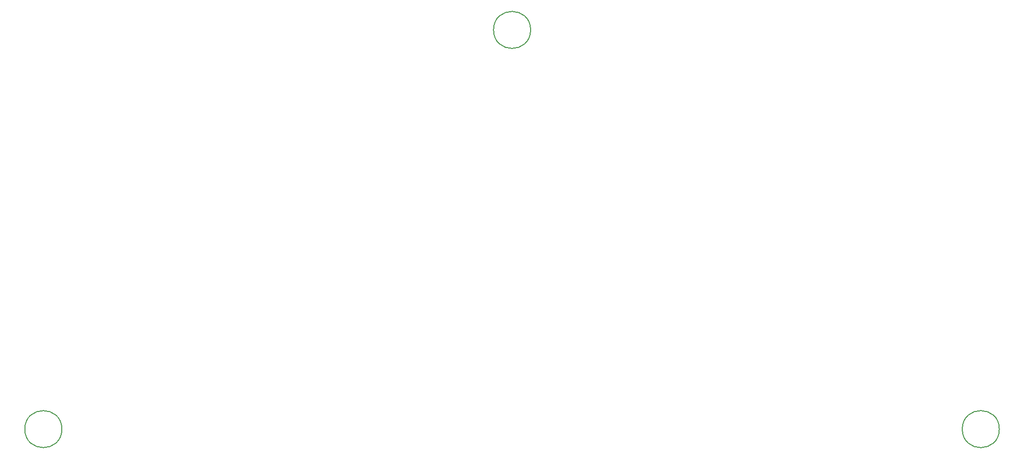
<source format=gbr>
%TF.GenerationSoftware,KiCad,Pcbnew,8.0.7*%
%TF.CreationDate,2025-04-17T21:52:40-04:00*%
%TF.ProjectId,kicker,6b69636b-6572-42e6-9b69-6361645f7063,v4*%
%TF.SameCoordinates,Original*%
%TF.FileFunction,Other,Comment*%
%FSLAX46Y46*%
G04 Gerber Fmt 4.6, Leading zero omitted, Abs format (unit mm)*
G04 Created by KiCad (PCBNEW 8.0.7) date 2025-04-17 21:52:40*
%MOMM*%
%LPD*%
G01*
G04 APERTURE LIST*
%ADD10C,0.150000*%
G04 APERTURE END LIST*
D10*
%TO.C,H2*%
X294200000Y-138000000D02*
G75*
G02*
X287800000Y-138000000I-3200000J0D01*
G01*
X287800000Y-138000000D02*
G75*
G02*
X294200000Y-138000000I3200000J0D01*
G01*
%TO.C,H1*%
X213200000Y-69000000D02*
G75*
G02*
X206800000Y-69000000I-3200000J0D01*
G01*
X206800000Y-69000000D02*
G75*
G02*
X213200000Y-69000000I3200000J0D01*
G01*
%TO.C,H3*%
X132200000Y-138000000D02*
G75*
G02*
X125800000Y-138000000I-3200000J0D01*
G01*
X125800000Y-138000000D02*
G75*
G02*
X132200000Y-138000000I3200000J0D01*
G01*
%TD*%
M02*

</source>
